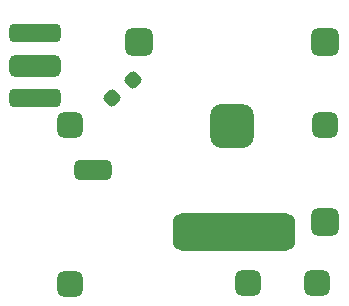
<source format=gts>
G04 Layer_Color=8388736*
%FSLAX44Y44*%
%MOMM*%
G71*
G01*
G75*
G04:AMPARAMS|DCode=30|XSize=10.4032mm|YSize=3.2032mm|CornerRadius=0.8516mm|HoleSize=0mm|Usage=FLASHONLY|Rotation=0.000|XOffset=0mm|YOffset=0mm|HoleType=Round|Shape=RoundedRectangle|*
%AMROUNDEDRECTD30*
21,1,10.4032,1.5000,0,0,0.0*
21,1,8.7000,3.2032,0,0,0.0*
1,1,1.7032,4.3500,-0.7500*
1,1,1.7032,-4.3500,-0.7500*
1,1,1.7032,-4.3500,0.7500*
1,1,1.7032,4.3500,0.7500*
%
%ADD30ROUNDEDRECTD30*%
G04:AMPARAMS|DCode=31|XSize=1.7032mm|YSize=3.2032mm|CornerRadius=0.4766mm|HoleSize=0mm|Usage=FLASHONLY|Rotation=270.000|XOffset=0mm|YOffset=0mm|HoleType=Round|Shape=RoundedRectangle|*
%AMROUNDEDRECTD31*
21,1,1.7032,2.2500,0,0,270.0*
21,1,0.7500,3.2032,0,0,270.0*
1,1,0.9532,-1.1250,-0.3750*
1,1,0.9532,-1.1250,0.3750*
1,1,0.9532,1.1250,0.3750*
1,1,0.9532,1.1250,-0.3750*
%
%ADD31ROUNDEDRECTD31*%
G04:AMPARAMS|DCode=32|XSize=4.4032mm|YSize=1.6032mm|CornerRadius=0.4516mm|HoleSize=0mm|Usage=FLASHONLY|Rotation=0.000|XOffset=0mm|YOffset=0mm|HoleType=Round|Shape=RoundedRectangle|*
%AMROUNDEDRECTD32*
21,1,4.4032,0.7000,0,0,0.0*
21,1,3.5000,1.6032,0,0,0.0*
1,1,0.9032,1.7500,-0.3500*
1,1,0.9032,-1.7500,-0.3500*
1,1,0.9032,-1.7500,0.3500*
1,1,0.9032,1.7500,0.3500*
%
%ADD32ROUNDEDRECTD32*%
G04:AMPARAMS|DCode=33|XSize=4.4032mm|YSize=1.8532mm|CornerRadius=0.5141mm|HoleSize=0mm|Usage=FLASHONLY|Rotation=0.000|XOffset=0mm|YOffset=0mm|HoleType=Round|Shape=RoundedRectangle|*
%AMROUNDEDRECTD33*
21,1,4.4032,0.8250,0,0,0.0*
21,1,3.3750,1.8532,0,0,0.0*
1,1,1.0282,1.6875,-0.4125*
1,1,1.0282,-1.6875,-0.4125*
1,1,1.0282,-1.6875,0.4125*
1,1,1.0282,1.6875,0.4125*
%
%ADD33ROUNDEDRECTD33*%
G04:AMPARAMS|DCode=34|XSize=1.2032mm|YSize=1.3032mm|CornerRadius=0.3516mm|HoleSize=0mm|Usage=FLASHONLY|Rotation=315.000|XOffset=0mm|YOffset=0mm|HoleType=Round|Shape=RoundedRectangle|*
%AMROUNDEDRECTD34*
21,1,1.2032,0.6000,0,0,315.0*
21,1,0.5000,1.3032,0,0,315.0*
1,1,0.7032,-0.0353,-0.3889*
1,1,0.7032,-0.3889,-0.0353*
1,1,0.7032,0.0353,0.3889*
1,1,0.7032,0.3889,0.0353*
%
%ADD34ROUNDEDRECTD34*%
G04:AMPARAMS|DCode=35|XSize=3.7032mm|YSize=3.7032mm|CornerRadius=0.9766mm|HoleSize=0mm|Usage=FLASHONLY|Rotation=0.000|XOffset=0mm|YOffset=0mm|HoleType=Round|Shape=RoundedRectangle|*
%AMROUNDEDRECTD35*
21,1,3.7032,1.7500,0,0,0.0*
21,1,1.7500,3.7032,0,0,0.0*
1,1,1.9532,0.8750,-0.8750*
1,1,1.9532,-0.8750,-0.8750*
1,1,1.9532,-0.8750,0.8750*
1,1,1.9532,0.8750,0.8750*
%
%ADD35ROUNDEDRECTD35*%
%ADD36C,0.2032*%
G04:AMPARAMS|DCode=37|XSize=2.4032mm|YSize=2.4032mm|CornerRadius=0.6516mm|HoleSize=0mm|Usage=FLASHONLY|Rotation=0.000|XOffset=0mm|YOffset=0mm|HoleType=Round|Shape=RoundedRectangle|*
%AMROUNDEDRECTD37*
21,1,2.4032,1.1000,0,0,0.0*
21,1,1.1000,2.4032,0,0,0.0*
1,1,1.3032,0.5500,-0.5500*
1,1,1.3032,-0.5500,-0.5500*
1,1,1.3032,-0.5500,0.5500*
1,1,1.3032,0.5500,0.5500*
%
%ADD37ROUNDEDRECTD37*%
G04:AMPARAMS|DCode=38|XSize=2.4032mm|YSize=2.4032mm|CornerRadius=0.6516mm|HoleSize=0mm|Usage=FLASHONLY|Rotation=270.000|XOffset=0mm|YOffset=0mm|HoleType=Round|Shape=RoundedRectangle|*
%AMROUNDEDRECTD38*
21,1,2.4032,1.1000,0,0,270.0*
21,1,1.1000,2.4032,0,0,270.0*
1,1,1.3032,-0.5500,-0.5500*
1,1,1.3032,-0.5500,0.5500*
1,1,1.3032,0.5500,0.5500*
1,1,1.3032,0.5500,-0.5500*
%
%ADD38ROUNDEDRECTD38*%
G04:AMPARAMS|DCode=39|XSize=2.2032mm|YSize=2.2032mm|CornerRadius=0.6016mm|HoleSize=0mm|Usage=FLASHONLY|Rotation=0.000|XOffset=0mm|YOffset=0mm|HoleType=Round|Shape=RoundedRectangle|*
%AMROUNDEDRECTD39*
21,1,2.2032,1.0000,0,0,0.0*
21,1,1.0000,2.2032,0,0,0.0*
1,1,1.2032,0.5000,-0.5000*
1,1,1.2032,-0.5000,-0.5000*
1,1,1.2032,-0.5000,0.5000*
1,1,1.2032,0.5000,0.5000*
%
%ADD39ROUNDEDRECTD39*%
G04:AMPARAMS|DCode=40|XSize=2.2032mm|YSize=2.2032mm|CornerRadius=0.6016mm|HoleSize=0mm|Usage=FLASHONLY|Rotation=270.000|XOffset=0mm|YOffset=0mm|HoleType=Round|Shape=RoundedRectangle|*
%AMROUNDEDRECTD40*
21,1,2.2032,1.0000,0,0,270.0*
21,1,1.0000,2.2032,0,0,270.0*
1,1,1.2032,-0.5000,-0.5000*
1,1,1.2032,-0.5000,0.5000*
1,1,1.2032,0.5000,0.5000*
1,1,1.2032,0.5000,-0.5000*
%
%ADD40ROUNDEDRECTD40*%
%ADD41C,1.4732*%
%ADD42C,0.6032*%
D30*
X190000Y95000D02*
D03*
D31*
X70000Y148000D02*
D03*
D32*
X21000Y208500D02*
D03*
Y263500D02*
D03*
D33*
Y236000D02*
D03*
D34*
X104000Y224000D02*
D03*
X86000Y209000D02*
D03*
D35*
X188000Y185000D02*
D03*
D36*
X188000Y185000D02*
D03*
D37*
X267000Y104000D02*
D03*
D38*
Y256500D02*
D03*
X109000D02*
D03*
D39*
X267000Y185990D02*
D03*
X260000Y52000D02*
D03*
X51000Y186000D02*
D03*
X201500Y52000D02*
D03*
D40*
X51000Y51000D02*
D03*
D41*
X21000Y208500D02*
D03*
Y263500D02*
D03*
D42*
X199000Y175000D02*
D03*
M02*

</source>
